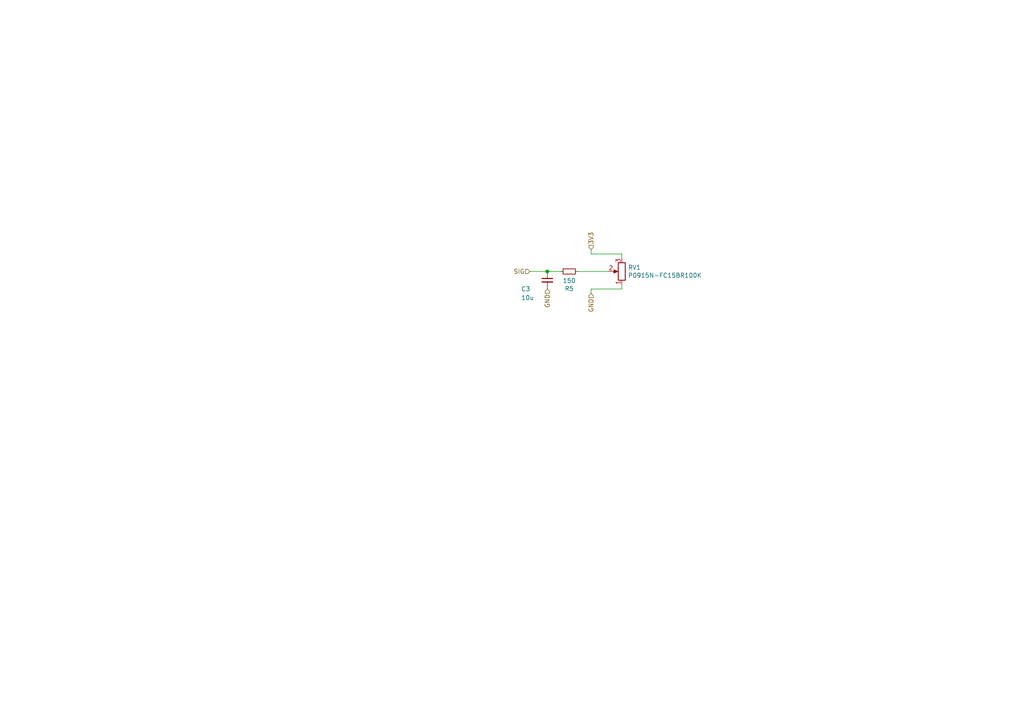
<source format=kicad_sch>
(kicad_sch (version 20231120) (generator "eeschema") (generator_version "8.0")
  (paper "A4")
  (lib_symbols
    (symbol "Device:C_Small" (pin_numbers hide) (pin_names (offset 0.254) hide)
      (property "Reference" "C" (at 0.254 1.778 0))
      (property "Value" "C_Small" (at 0.254 -2.032 0))
      (symbol "C_Small_0_1"
        (polyline (pts (xy -1.524 -0.508) (xy 1.524 -0.508)) (stroke (width 0.3302)))
        (polyline (pts (xy -1.524 0.508) (xy 1.524 0.508)) (stroke (width 0.3048)))
      )
      (symbol "C_Small_1_1"
        (pin passive line (at 0 2.54 270) (length 2.032) (name "~") (number "1"))
        (pin passive line (at 0 -2.54 90) (length 2.032) (name "~") (number "2"))
      )
    )
    (symbol "Device:R_Small" (pin_numbers hide) (pin_names (offset 0.254) hide)
      (property "Reference" "R" (at 0.762 0.508 0))
      (property "Value" "R_Small" (at 0.762 -1.016 0))
      (symbol "R_Small_0_1"
        (rectangle (start -0.762 1.778) (end 0.762 -1.778) (stroke (width 0.2032)))
      )
      (symbol "R_Small_1_1"
        (pin passive line (at 0 2.54 270) (length 0.762) (name "~") (number "1"))
        (pin passive line (at 0 -2.54 90) (length 0.762) (name "~") (number "2"))
      )
    )
    (symbol "jantteri_left-rescue:R_POT-Device" (pin_names (offset 1.016) hide)
      (property "Reference" "RV" (at -4.445 0 90))
      (property "Value" "Device_R_POT" (at -2.54 0 90))
      (symbol "R_POT-Device_0_1"
        (polyline (pts (xy 2.54 0) (xy 1.524 0)))
        (polyline (pts (xy 1.143 0) (xy 2.286 0.508) (xy 2.286 -0.508) (xy 1.143 0)) (fill (type outline)))
        (rectangle (start 1.016 2.54) (end -1.016 -2.54) (stroke (width 0.254)))
      )
      (symbol "R_POT-Device_1_1"
        (pin passive line (at 0 3.81 270) (length 1.27) (name "1") (number "1"))
        (pin passive line (at 3.81 0 180) (length 1.27) (name "2") (number "2"))
        (pin passive line (at 0 -3.81 90) (length 1.27) (name "3") (number "3"))
      )
    )
  )
  (junction (at 158.75 78.74))
  (wire (pts (xy 158.75 78.74) (xy 162.56 78.74)))
  (wire (pts (xy 171.45 83.82) (xy 171.45 85.09)))
  (wire (pts (xy 167.64 78.74) (xy 176.53 78.74)))
  (wire (pts (xy 171.45 72.39) (xy 171.45 73.66)))
  (wire (pts (xy 180.34 74.93) (xy 180.34 73.66)))
  (wire (pts (xy 171.45 73.66) (xy 180.34 73.66)))
  (wire (pts (xy 153.67 78.74) (xy 158.75 78.74)))
  (wire (pts (xy 171.45 83.82) (xy 180.34 83.82)))
  (wire (pts (xy 180.34 82.55) (xy 180.34 83.82)))
  (hierarchical_label "GND" (shape input) (at 171.45 85.09 270))
  (hierarchical_label "3V3" (shape input) (at 171.45 72.39 90))
  (hierarchical_label "GND" (shape input) (at 158.75 83.82 270))
  (hierarchical_label "SIG" (shape input) (at 153.67 78.74 180))
  (symbol (lib_id "Device:R_Small") (at 165.1 78.74 90) (unit 1)
    (property "Reference" "R5" (at 165.1 83.7184 90))
    (property "Value" "150" (at 165.1 81.407 90))
    (property "Footprint" "Resistor_SMD:R_0805_2012Metric" (effects (hide yes)))
    (property "LCSC" "C17471" (effects (hide yes)))
  )
  (symbol (lib_id "Device:C_Small") (at 158.75 81.28 0) (unit 1)
    (property "Reference" "C3" (at 151.13 83.82 0) (effects (justify left)))
    (property "Value" "10u" (at 151.13 86.36 0) (effects (justify left)))
    (property "Footprint" "Capacitor_SMD:C_0402_1005Metric" (effects (hide yes)))
    (property "LCSC" "C15525" (effects (hide yes)))
  )
  (symbol (lib_id "jantteri_left-rescue:R_POT-Device") (at 180.34 78.74 180) (unit 1)
    (property "Reference" "RV1" (at 182.118 77.5716 0) (effects (justify right)))
    (property "Value" "P0915N-FC15BR100K" (at 182.118 79.883 0) (effects (justify right)))
    (property "Footprint" "Potentiometer_THT:Potentiometer_TT_P0915N" (effects (hide yes)))
    (property "Datasheet" "https://www.ttelectronics.com/TTElectronics/media/ProductFiles/Datasheet/P09x.pdf" (effects (hide yes)))
  )
)
</source>
